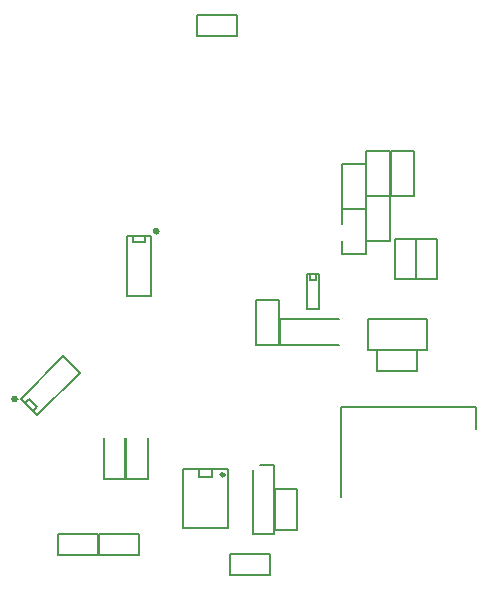
<source format=gbo>
%FSLAX34Y34*%
%MOMM*%
%LNSILK_BOTTOM*%
G71*
G01*
%ADD10C, 0.150*%
%ADD11C, 0.300*%
%ADD12C, 0.200*%
%ADD13C, 0.000*%
%LPD*%
G54D10*
X486972Y-345524D02*
X486972Y-319523D01*
X436972Y-319523D01*
X436972Y-345523D01*
X486972Y-345524D01*
G54D10*
X395749Y-281362D02*
X385050Y-281362D01*
X385049Y-311562D01*
X395749Y-311562D01*
X395749Y-281362D01*
G54D10*
X392950Y-281362D02*
X387849Y-281362D01*
X387849Y-286962D01*
X392949Y-286962D01*
X392950Y-281362D01*
G54D10*
X361678Y-341573D02*
X341678Y-341573D01*
X341678Y-303573D01*
X361678Y-303573D01*
X361678Y-341573D01*
G54D10*
X415000Y-238787D02*
X415000Y-226676D01*
X435000Y-226676D01*
X435000Y-264676D01*
X415000Y-264676D01*
X415000Y-253663D01*
G54D10*
X292395Y-79815D02*
X292395Y-61815D01*
X326395Y-61815D01*
X326395Y-79815D01*
X292395Y-79815D01*
G54D10*
X318628Y-496730D02*
X318628Y-446730D01*
X280628Y-446730D01*
X280628Y-496730D01*
X318628Y-496730D01*
G54D10*
X305128Y-453330D02*
X305128Y-446730D01*
X294128Y-446730D01*
X294128Y-453330D01*
X305128Y-453330D01*
G54D11*
G75*
G01X314624Y-451303D02*
G03X314624Y-451303I-1000J0D01*
G01*
G36*
G75*
G01X314624Y-451303D02*
G03X314624Y-451303I-1000J0D01*
G01*
G37*
X314624Y-451303D01*
G54D10*
X345549Y-443502D02*
X357596Y-443502D01*
X357596Y-477502D01*
G54D10*
X376561Y-497836D02*
X358562Y-497836D01*
X358561Y-463836D01*
X376561Y-463836D01*
X376561Y-497836D01*
G54D10*
X156980Y-401134D02*
X142838Y-386991D01*
X178972Y-350858D01*
X193114Y-365000D01*
X156980Y-401134D01*
G54D10*
X153445Y-397598D02*
X146374Y-390527D01*
X149909Y-386991D01*
X156980Y-394062D01*
X153445Y-397598D01*
G54D10*
X242975Y-519369D02*
X242975Y-501369D01*
X208975Y-501369D01*
X208975Y-519369D01*
X242975Y-519369D01*
G54D10*
X339596Y-447470D02*
X339596Y-477502D01*
G54D10*
X339596Y-467645D02*
X339596Y-501645D01*
X357596Y-501646D01*
X357596Y-467646D01*
G54D12*
X414136Y-470020D02*
X414136Y-393820D01*
G54D12*
X515736Y-393821D02*
X414136Y-393820D01*
G54D12*
X528436Y-393821D02*
X426836Y-393821D01*
G54D12*
X528436Y-412820D02*
X528436Y-400220D01*
G54D12*
X528436Y-406420D02*
X528436Y-393821D01*
G54D10*
X415000Y-188179D02*
X435000Y-188179D01*
X435000Y-226179D01*
X415000Y-226179D01*
X415000Y-188179D01*
G54D10*
X435637Y-215881D02*
X455637Y-215881D01*
X455637Y-253881D01*
X435637Y-253881D01*
X435637Y-215881D01*
G54D10*
X435637Y-177384D02*
X455637Y-177384D01*
X455637Y-215384D01*
X435637Y-215384D01*
X435637Y-177384D01*
G54D10*
X456274Y-177384D02*
X476274Y-177384D01*
X476274Y-215384D01*
X456274Y-215384D01*
X456274Y-177384D01*
G54D10*
X495734Y-286081D02*
X477734Y-286081D01*
X477734Y-252081D01*
X495734Y-252081D01*
X495734Y-286081D01*
G54D10*
X477478Y-286081D02*
X459478Y-286081D01*
X459478Y-252081D01*
X477478Y-252081D01*
X477478Y-286081D01*
G54D10*
X174477Y-501369D02*
X174476Y-519369D01*
X208476Y-519369D01*
X208477Y-501369D01*
X174477Y-501369D01*
G54D10*
X233043Y-249452D02*
X253042Y-249452D01*
X253043Y-300552D01*
X233043Y-300552D01*
X233043Y-249452D01*
G54D10*
X238042Y-249452D02*
X248043Y-249452D01*
X248043Y-254452D01*
X238042Y-254452D01*
X238042Y-249452D01*
G54D10*
X320065Y-536399D02*
X320065Y-518399D01*
X354065Y-518399D01*
X354065Y-536399D01*
X320065Y-536399D01*
G54D13*
G75*
G01X140216Y-387351D02*
G03X140216Y-387351I-2500J0D01*
G01*
G36*
G75*
G01X140216Y-387351D02*
G03X140216Y-387351I-2500J0D01*
G01*
G37*
X140216Y-387351D01*
G54D13*
G75*
G01X260072Y-245270D02*
G03X260072Y-245270I-2500J0D01*
G01*
G36*
G75*
G01X260072Y-245270D02*
G03X260072Y-245270I-2500J0D01*
G01*
G37*
X260072Y-245270D01*
G54D10*
X232454Y-420741D02*
X232454Y-454741D01*
X250454Y-454741D01*
X250454Y-420741D01*
G54D10*
X231404Y-420741D02*
X231404Y-454741D01*
X213404Y-454741D01*
X213404Y-420741D01*
G54D10*
X444731Y-363528D02*
X444731Y-345528D01*
X478731Y-345528D01*
X478731Y-363528D01*
X444731Y-363528D01*
G54D10*
X412398Y-319570D02*
X362398Y-319570D01*
X362398Y-341570D01*
X412398Y-341570D01*
M02*

</source>
